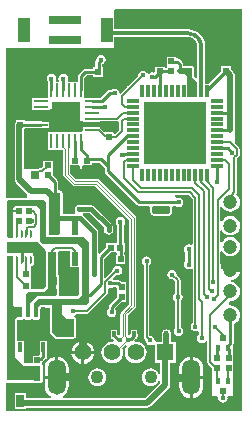
<source format=gtl>
G04*
G04 #@! TF.GenerationSoftware,Altium Limited,Altium Designer,20.0.2 (26)*
G04*
G04 Layer_Physical_Order=1*
G04 Layer_Color=255*
%FSLAX44Y44*%
%MOMM*%
G71*
G01*
G75*
%ADD13C,0.2540*%
%ADD15C,0.1270*%
%ADD18C,0.1524*%
G04:AMPARAMS|DCode=19|XSize=0.7mm|YSize=0.22mm|CornerRadius=0.0605mm|HoleSize=0mm|Usage=FLASHONLY|Rotation=270.000|XOffset=0mm|YOffset=0mm|HoleType=Round|Shape=RoundedRectangle|*
%AMROUNDEDRECTD19*
21,1,0.7000,0.0990,0,0,270.0*
21,1,0.5790,0.2200,0,0,270.0*
1,1,0.1210,-0.0495,-0.2895*
1,1,0.1210,-0.0495,0.2895*
1,1,0.1210,0.0495,0.2895*
1,1,0.1210,0.0495,-0.2895*
%
%ADD19ROUNDEDRECTD19*%
%ADD20R,1.5000X0.9000*%
%ADD21R,0.5500X0.5300*%
%ADD22R,0.6000X1.1500*%
%ADD23R,0.7000X1.0750*%
%ADD24R,2.4300X2.4300*%
%ADD25R,1.1940X0.2500*%
%ADD26R,0.2500X1.1940*%
%ADD27R,1.1938X0.2500*%
%ADD28R,0.3500X1.0000*%
%ADD29R,1.0000X0.3500*%
%ADD30R,5.3000X5.3000*%
%ADD31R,1.5000X1.5000*%
%ADD32R,0.3000X0.5000*%
G04:AMPARAMS|DCode=33|XSize=1.6mm|YSize=0.7mm|CornerRadius=0.175mm|HoleSize=0mm|Usage=FLASHONLY|Rotation=180.000|XOffset=0mm|YOffset=0mm|HoleType=Round|Shape=RoundedRectangle|*
%AMROUNDEDRECTD33*
21,1,1.6000,0.3500,0,0,180.0*
21,1,1.2500,0.7000,0,0,180.0*
1,1,0.3500,-0.6250,0.1750*
1,1,0.3500,0.6250,0.1750*
1,1,0.3500,0.6250,-0.1750*
1,1,0.3500,-0.6250,-0.1750*
%
%ADD33ROUNDEDRECTD33*%
%ADD34R,0.5300X0.5500*%
%ADD35R,0.5500X0.5300*%
%ADD36R,0.5300X0.5500*%
%ADD37R,1.0000X2.0000*%
%ADD38R,2.8000X0.8000*%
%ADD39R,0.3500X0.8500*%
%ADD40R,2.4000X1.6500*%
%ADD41R,0.3700X0.5000*%
%ADD42R,0.4700X0.5000*%
%ADD43R,0.7620X0.7620*%
%ADD70O,1.5000X3.0000*%
%ADD71C,1.1000*%
%ADD72R,1.4200X1.4200*%
%ADD73C,1.4200*%
%ADD76C,0.3302*%
%ADD77C,0.5080*%
%ADD78C,0.6350*%
%ADD79C,0.3810*%
%ADD80C,0.1010*%
%ADD81C,1.2000*%
%ADD82C,0.3810*%
%ADD83C,0.5080*%
G36*
X200000Y0D02*
X0D01*
Y23268D01*
X642Y23795D01*
X29268Y23795D01*
X29600Y23861D01*
X29891D01*
Y23919D01*
X30061Y23953D01*
X30733Y24402D01*
X31182Y25074D01*
X31340Y25867D01*
X31340Y38285D01*
X31182Y39078D01*
X30733Y39750D01*
X30562Y39865D01*
Y41623D01*
X30820Y41674D01*
X31744Y42292D01*
X33757Y44304D01*
X33757Y44304D01*
X34375Y45229D01*
X34592Y46319D01*
X34592Y46319D01*
Y48566D01*
X34763D01*
Y59606D01*
X28723D01*
Y48566D01*
X28723D01*
X28709Y47771D01*
X27922Y47155D01*
X26832Y46938D01*
X26694Y46846D01*
X22522D01*
Y40357D01*
X16214D01*
X15263Y41308D01*
Y48566D01*
Y59606D01*
X9713D01*
Y76964D01*
X10053Y77305D01*
X14002D01*
X14795Y77462D01*
X15467Y77911D01*
X16225Y77588D01*
X17018Y77430D01*
X20574Y77430D01*
X21367Y77588D01*
X22034Y78034D01*
X22702Y77588D01*
X23495Y77430D01*
X27000Y77430D01*
X27793Y77588D01*
X28465Y78037D01*
X28914Y78709D01*
X29072Y79502D01*
Y86492D01*
X29916Y87336D01*
X37349D01*
Y66294D01*
X37507Y65501D01*
X37956Y64829D01*
X37956Y64829D01*
X40953Y61832D01*
X41625Y61383D01*
X42418Y61225D01*
X42418Y61225D01*
X57074D01*
X57867Y61383D01*
X58440Y61766D01*
X58681D01*
Y61974D01*
X58691Y61984D01*
X59140Y62656D01*
X59298Y63449D01*
X59298Y63449D01*
Y77800D01*
X59140Y78593D01*
X58961Y78872D01*
X58681Y79306D01*
X58681D01*
X58060Y80340D01*
X58092Y80817D01*
X58122Y80989D01*
X59404Y81845D01*
X59828Y82480D01*
X68326D01*
X69218Y82657D01*
X69974Y83162D01*
X85443Y98631D01*
X85948Y99387D01*
X86125Y100279D01*
Y103219D01*
X87395Y104194D01*
X88053Y104063D01*
X89589Y104369D01*
X90876Y105229D01*
X93034D01*
X94124Y104139D01*
X94124Y100882D01*
X94124Y99612D01*
Y96531D01*
X87805Y90212D01*
X87188Y89288D01*
X86971Y88197D01*
X86971Y88197D01*
Y86582D01*
X86738Y86427D01*
X85868Y85125D01*
X85562Y83589D01*
X85868Y82052D01*
X86738Y80750D01*
X88040Y79880D01*
X89576Y79574D01*
X91112Y79880D01*
X92415Y80750D01*
X93285Y82052D01*
X93590Y83589D01*
X93285Y85125D01*
X92668Y86048D01*
Y87017D01*
X98153Y92502D01*
X101964D01*
Y99612D01*
X101964Y100542D01*
X101964Y101812D01*
Y108922D01*
X98053D01*
X96883Y110092D01*
X95959Y110709D01*
X94868Y110926D01*
X94868Y110926D01*
X90876D01*
X90577Y111126D01*
X90453Y112390D01*
X93019Y114956D01*
X94191Y114723D01*
X95727Y115029D01*
X97029Y115899D01*
X97899Y117201D01*
X98205Y118737D01*
X97899Y120274D01*
X97029Y121576D01*
X95727Y122446D01*
X94191Y122752D01*
X92655Y122446D01*
X91352Y121576D01*
X90482Y120274D01*
X90177Y118737D01*
X90182Y118711D01*
X84139Y112668D01*
X82965Y113154D01*
Y128789D01*
X88643Y134467D01*
X92654Y134467D01*
X93285D01*
X94183Y133569D01*
Y132259D01*
X93012D01*
Y124419D01*
X101052D01*
Y132259D01*
X99881D01*
Y134467D01*
X101034D01*
Y142307D01*
X99831D01*
Y157340D01*
X100691Y158627D01*
X100996Y160163D01*
X100691Y161699D01*
X99821Y163002D01*
X98518Y163872D01*
X96982Y164177D01*
X95446Y163872D01*
X94144Y163002D01*
X93274Y161699D01*
X92968Y160163D01*
X93274Y158627D01*
X94134Y157340D01*
Y143205D01*
X93236Y142307D01*
X91724Y142307D01*
X84614D01*
Y138496D01*
X79315Y133196D01*
X78045Y133722D01*
Y151586D01*
X78045Y151586D01*
X77779Y152924D01*
X77021Y154058D01*
X65132Y165947D01*
X65279Y166674D01*
X65608Y167217D01*
X70975D01*
X83298Y154894D01*
X83215Y154769D01*
X82910Y153233D01*
X83215Y151697D01*
X84086Y150395D01*
X85388Y149524D01*
X86924Y149219D01*
X88460Y149524D01*
X89762Y150395D01*
X90632Y151697D01*
X90938Y153233D01*
X90632Y154769D01*
X90420Y155087D01*
Y156212D01*
X90420Y156213D01*
X90154Y157550D01*
X89396Y158685D01*
X89396Y158685D01*
X74895Y173186D01*
X73761Y173943D01*
X72423Y174210D01*
X63957D01*
X63639Y174422D01*
X62103Y174727D01*
X60567Y174422D01*
X59265Y173552D01*
X58394Y172250D01*
X58089Y170713D01*
X58394Y169177D01*
X58898Y168423D01*
X58233Y167153D01*
X47944D01*
X47944Y184582D01*
X47786Y185375D01*
X47337Y186047D01*
X46665Y186496D01*
X45872Y186654D01*
X44276D01*
Y193651D01*
X44059Y194741D01*
X43442Y195665D01*
X43442Y195665D01*
X39480Y199627D01*
Y203538D01*
X39480Y203538D01*
Y203878D01*
X39480D01*
X39480Y204808D01*
Y211918D01*
X31640D01*
Y206991D01*
X29995Y205347D01*
X27864D01*
X27021Y205179D01*
X26829Y205050D01*
X15574D01*
Y216154D01*
Y238424D01*
X16036D01*
Y239641D01*
X29530D01*
X30620Y239858D01*
X30788Y239970D01*
X36770D01*
Y245010D01*
X30788D01*
X30620Y245122D01*
X29530Y245339D01*
X16036D01*
Y246464D01*
X13015D01*
X12162Y246634D01*
X11309Y246464D01*
X8196D01*
Y244233D01*
X7602Y243344D01*
X7286Y241758D01*
Y216154D01*
Y196088D01*
X7602Y194502D01*
X8500Y193158D01*
X18024Y183634D01*
X18164Y182459D01*
X18168Y182116D01*
X17676Y181032D01*
X17283Y180634D01*
X1626Y180634D01*
X1270Y180563D01*
X207Y181206D01*
X0Y181447D01*
Y307340D01*
X91440D01*
Y311310D01*
X91562D01*
Y316549D01*
X154178D01*
X154189Y316551D01*
X156252Y316280D01*
X158185Y315479D01*
X159845Y314205D01*
X161119Y312545D01*
X161919Y310612D01*
X162191Y308549D01*
X162189Y308538D01*
Y282582D01*
X161015Y282097D01*
X159298Y283814D01*
X159298Y290322D01*
X159140Y291115D01*
X158691Y291787D01*
X158019Y292236D01*
X157226Y292394D01*
X152146D01*
X151353Y292236D01*
X151312Y292208D01*
X150479Y292471D01*
X150042Y292770D01*
Y293497D01*
X150042Y293497D01*
X149825Y294587D01*
X149207Y295511D01*
X149207Y295511D01*
X147048Y297670D01*
X146124Y298288D01*
X145034Y298505D01*
X144052Y299260D01*
Y300056D01*
X136212D01*
Y292016D01*
X136212D01*
Y291775D01*
X135974Y290505D01*
X134400D01*
Y291576D01*
X126560D01*
Y287565D01*
X125407Y286412D01*
X123876Y286716D01*
X122340Y286411D01*
X121038Y285540D01*
X120848Y285574D01*
X119722Y285858D01*
X118916Y287064D01*
X117614Y287935D01*
X116078Y288240D01*
X114542Y287935D01*
X113240Y287064D01*
X112369Y285762D01*
X112064Y284226D01*
X112183Y283627D01*
X104062Y275506D01*
X102530D01*
Y273974D01*
X97123Y268568D01*
X96115Y268972D01*
X95937Y269113D01*
X95962Y269240D01*
X95657Y270776D01*
X94786Y272078D01*
X93484Y272949D01*
X91948Y273254D01*
X90412Y272949D01*
X89125Y272089D01*
X87808D01*
X87808Y272089D01*
X86718Y271872D01*
X85794Y271254D01*
X85794Y271254D01*
X79878Y265339D01*
X72471D01*
X71381Y265122D01*
X71213Y265010D01*
X66175D01*
X66020Y265010D01*
X66020Y265164D01*
Y270202D01*
X66132Y270370D01*
X66349Y271460D01*
Y282082D01*
X68438Y284171D01*
X73832D01*
Y283100D01*
X81872D01*
Y290940D01*
X81318D01*
Y293579D01*
X82054Y293725D01*
X83356Y294596D01*
X84227Y295898D01*
X84532Y297434D01*
X84227Y298970D01*
X83356Y300272D01*
X82054Y301143D01*
X80518Y301448D01*
X78982Y301143D01*
X77680Y300272D01*
X76809Y298970D01*
X76508Y297452D01*
X76455Y297399D01*
X75837Y296475D01*
X75620Y295385D01*
X75620Y295385D01*
Y290940D01*
X73832D01*
Y289869D01*
X67258D01*
X67258Y289869D01*
X66168Y289652D01*
X65244Y289034D01*
X65244Y289034D01*
X61486Y285276D01*
X60868Y284352D01*
X60651Y283262D01*
X60651Y283262D01*
Y278700D01*
X52872D01*
X52221Y279748D01*
X52223Y279970D01*
X52514Y281432D01*
X52209Y282968D01*
X51338Y284270D01*
X50036Y285141D01*
X48500Y285446D01*
X46964Y285141D01*
X45662Y284270D01*
X44791Y282968D01*
X44486Y281432D01*
X44777Y279970D01*
X44779Y279748D01*
X44128Y278700D01*
X42904D01*
X42253Y279748D01*
X42255Y279970D01*
X42546Y281432D01*
X42241Y282968D01*
X41370Y284270D01*
X40068Y285141D01*
X38532Y285446D01*
X36996Y285141D01*
X35694Y284270D01*
X34823Y282968D01*
X34518Y281432D01*
X34823Y279896D01*
X35683Y278609D01*
Y271621D01*
X35651Y271460D01*
X35868Y270370D01*
X35980Y270202D01*
Y265163D01*
X35980Y265010D01*
X35827Y265010D01*
X22290D01*
Y254970D01*
X36770D01*
X36942Y255424D01*
X44065Y255425D01*
X44692Y254155D01*
X44414Y253792D01*
X43654Y251958D01*
X43562Y251260D01*
X58438D01*
X58346Y251958D01*
X57586Y253792D01*
X57308Y254156D01*
X57934Y255425D01*
X62010Y255426D01*
X62908Y254528D01*
Y245245D01*
X65134D01*
X65230Y244970D01*
X79710D01*
Y245159D01*
X80866D01*
X81202Y245226D01*
X93934D01*
X94319Y245303D01*
X95424Y244606D01*
X95589Y244386D01*
Y238275D01*
X92138Y234825D01*
X90868Y235216D01*
Y236237D01*
X83289D01*
X80388Y239138D01*
X79710Y239591D01*
Y240010D01*
X65230D01*
Y237407D01*
X63960Y236397D01*
X38942Y236398D01*
Y236398D01*
X38308Y235760D01*
X35980D01*
Y221280D01*
X48094D01*
X48217Y221157D01*
Y200182D01*
X48375Y199390D01*
X48823Y198719D01*
X56519Y191023D01*
X57190Y190574D01*
X57982Y190417D01*
X75557D01*
X104184Y161791D01*
Y90541D01*
X97538Y83896D01*
X97090Y83224D01*
X96932Y82433D01*
Y64533D01*
X96836Y64454D01*
X95300Y64149D01*
X95222Y64097D01*
X94244Y65075D01*
X94210Y65246D01*
Y68620D01*
X88670D01*
Y65246D01*
X88591Y64850D01*
Y63850D01*
X88591Y63850D01*
X88670Y63454D01*
Y61080D01*
X90181D01*
X91462Y59799D01*
X90869Y58596D01*
X90000Y58711D01*
X87616Y58397D01*
X85395Y57477D01*
X83487Y56013D01*
X82023Y54105D01*
X81103Y51884D01*
X80789Y49500D01*
X81103Y47116D01*
X82023Y44895D01*
X83487Y42987D01*
X85395Y41523D01*
X87616Y40603D01*
X90000Y40289D01*
X92384Y40603D01*
X94605Y41523D01*
X96513Y42987D01*
X97977Y44895D01*
X98897Y47116D01*
X99211Y49500D01*
X98897Y51884D01*
X98432Y53008D01*
X101280Y55856D01*
X101697Y55766D01*
X102215Y54355D01*
X102023Y54105D01*
X101103Y51884D01*
X100789Y49500D01*
X101103Y47116D01*
X102023Y44895D01*
X103487Y42987D01*
X105395Y41523D01*
X107616Y40603D01*
X110000Y40289D01*
X112384Y40603D01*
X114605Y41523D01*
X116513Y42987D01*
X117977Y44895D01*
X118897Y47116D01*
X119211Y49500D01*
X118897Y51884D01*
X117977Y54105D01*
X116513Y56013D01*
X114605Y57477D01*
X112384Y58397D01*
X110000Y58711D01*
X109306Y58619D01*
X108713Y59822D01*
X109971Y61080D01*
X111228D01*
Y62586D01*
X111344Y62760D01*
X111561Y63850D01*
X111561Y63850D01*
Y64850D01*
X111344Y65940D01*
X111228Y66114D01*
Y68620D01*
X105688D01*
Y65074D01*
X105425Y64783D01*
X104698Y64179D01*
X103316Y64454D01*
X103220Y64533D01*
Y80861D01*
X109741Y87382D01*
X110190Y88053D01*
X110347Y88845D01*
X110347Y88845D01*
Y163486D01*
X110347Y163486D01*
X110190Y164278D01*
X109741Y164949D01*
X109741Y164949D01*
X78716Y195974D01*
X78045Y196423D01*
X77253Y196580D01*
X59678D01*
X54381Y201878D01*
Y206730D01*
X54580Y207918D01*
X61339D01*
X62420Y207462D01*
X62420Y206648D01*
Y204828D01*
X64798D01*
X64798Y207654D01*
X65424Y207918D01*
X66068Y207918D01*
X72638D01*
Y210149D01*
X79370D01*
X83689Y205830D01*
Y202750D01*
X83689Y202750D01*
X83906Y201659D01*
X84524Y200735D01*
X110598Y174660D01*
X110598Y174660D01*
X111523Y174043D01*
X112613Y173826D01*
X112613Y173826D01*
X121546D01*
X122367Y172556D01*
X122243Y171930D01*
Y168430D01*
X122477Y167252D01*
X123145Y166253D01*
X124144Y165585D01*
X125322Y165351D01*
X137822D01*
X139000Y165585D01*
X139999Y166253D01*
X140667Y167252D01*
X140901Y168430D01*
Y171930D01*
X140777Y172556D01*
X141598Y173826D01*
X143483D01*
X144770Y172966D01*
X146306Y172661D01*
X147842Y172966D01*
X149145Y173836D01*
X150015Y175139D01*
X150320Y176675D01*
X150015Y178211D01*
X149145Y179513D01*
X147842Y180383D01*
X146306Y180689D01*
X144770Y180383D01*
X144603Y180272D01*
X143483Y180871D01*
Y182790D01*
X154837D01*
X158058Y179569D01*
Y141042D01*
X156788Y140364D01*
X156375Y140640D01*
X154838Y140946D01*
X153302Y140640D01*
X152000Y139770D01*
X151130Y138468D01*
X150824Y136931D01*
X151130Y135395D01*
X151990Y134108D01*
Y126775D01*
X151130Y125488D01*
X150824Y123952D01*
X151130Y122416D01*
X152000Y121114D01*
X153302Y120243D01*
X154838Y119938D01*
X156375Y120243D01*
X156788Y120520D01*
X158058Y119841D01*
Y74510D01*
X157565Y74180D01*
X156694Y72878D01*
X156389Y71342D01*
X156694Y69806D01*
X157565Y68503D01*
X158867Y67633D01*
X160403Y67328D01*
X161939Y67633D01*
X162234Y67830D01*
X163504Y67151D01*
Y64655D01*
X162996Y64316D01*
X162126Y63014D01*
X161821Y61478D01*
X162126Y59942D01*
X162996Y58639D01*
X164299Y57769D01*
X165835Y57463D01*
X167371Y57769D01*
X168673Y58639D01*
X169308Y59590D01*
X170578Y59205D01*
Y41357D01*
X170756Y40465D01*
X171261Y39709D01*
X174798Y36172D01*
Y32140D01*
Y12522D01*
X178947D01*
X179752Y11540D01*
X179662Y11086D01*
X179967Y9550D01*
X180838Y8248D01*
X182140Y7377D01*
X183676Y7072D01*
X185212Y7377D01*
X186514Y8248D01*
X187385Y9550D01*
X187690Y11086D01*
X187600Y11540D01*
X188405Y12522D01*
X192542D01*
Y56232D01*
X192594Y56309D01*
X192811Y57400D01*
Y73733D01*
X194013Y74231D01*
X195690Y75519D01*
X196978Y77196D01*
X197787Y79150D01*
X198063Y81247D01*
X197787Y83344D01*
X196978Y85298D01*
X195690Y86975D01*
X194013Y88263D01*
X192059Y89072D01*
X189962Y89348D01*
X189507Y89288D01*
X188552Y90126D01*
Y92368D01*
X189507Y93206D01*
X189962Y93146D01*
X192059Y93422D01*
X194013Y94231D01*
X195690Y95519D01*
X196978Y97196D01*
X197787Y99150D01*
X198063Y101247D01*
X197787Y103344D01*
X196978Y105298D01*
X195690Y106976D01*
X194013Y108263D01*
X192059Y109072D01*
X190782Y109240D01*
Y110521D01*
X192191Y110707D01*
X194269Y111567D01*
X196053Y112936D01*
X197422Y114720D01*
X198282Y116798D01*
X198409Y117757D01*
X189962D01*
Y119027D01*
X188692D01*
Y120297D01*
X181749D01*
Y124273D01*
X181648Y124307D01*
Y134857D01*
X182918Y135110D01*
X182946Y135042D01*
X184233Y133365D01*
X185911Y132077D01*
X187865Y131268D01*
X189962Y130992D01*
X192059Y131268D01*
X194013Y132077D01*
X195690Y133365D01*
X196978Y135042D01*
X197787Y136996D01*
X198063Y139093D01*
X197787Y141190D01*
X196978Y143144D01*
X195690Y144822D01*
X194013Y146109D01*
X192059Y146918D01*
X189962Y147194D01*
X187865Y146918D01*
X185911Y146109D01*
X184233Y144822D01*
X182946Y143144D01*
X182918Y143076D01*
X181648Y143329D01*
Y152581D01*
X182918Y152834D01*
X182946Y152766D01*
X184233Y151089D01*
X185911Y149801D01*
X187865Y148992D01*
X189962Y148716D01*
X192059Y148992D01*
X194013Y149801D01*
X195690Y151089D01*
X196978Y152766D01*
X197787Y154720D01*
X198063Y156817D01*
X197787Y158914D01*
X196978Y160868D01*
X195690Y162546D01*
X194013Y163833D01*
X192059Y164642D01*
X189962Y164918D01*
X187865Y164642D01*
X185911Y163833D01*
X184233Y162546D01*
X182946Y160868D01*
X182918Y160800D01*
X181648Y161053D01*
Y172647D01*
X182918Y172900D01*
X182946Y172832D01*
X184233Y171155D01*
X185911Y169867D01*
X187865Y169058D01*
X189962Y168782D01*
X192059Y169058D01*
X194013Y169867D01*
X195690Y171155D01*
X196978Y172832D01*
X197787Y174786D01*
X198063Y176883D01*
X197787Y178980D01*
X196978Y180934D01*
X195690Y182612D01*
X194982Y183155D01*
X194944Y183738D01*
X195449Y184494D01*
X195626Y185386D01*
Y213792D01*
X197101Y215266D01*
X197606Y216022D01*
X197784Y216915D01*
Y221679D01*
X197606Y222571D01*
X197101Y223327D01*
X194055Y226374D01*
Y239271D01*
X193821Y239286D01*
Y252476D01*
Y284241D01*
X193506Y285827D01*
X192608Y287171D01*
X190182Y289597D01*
Y291777D01*
X186381D01*
X186262Y291801D01*
X186143Y291777D01*
X182342D01*
Y288781D01*
X182118Y287657D01*
X182138Y287561D01*
X171336Y276760D01*
X168663D01*
Y308538D01*
X168725D01*
X168230Y312303D01*
X166777Y315812D01*
X164465Y318825D01*
X161452Y321137D01*
X157943Y322590D01*
X154178Y323086D01*
Y323023D01*
X91562D01*
Y333850D01*
X91440D01*
Y338846D01*
X92256Y340000D01*
X200000D01*
Y0D01*
D02*
G37*
G36*
X157226Y282956D02*
X161798Y278384D01*
X161798Y265684D01*
X153670D01*
Y283210D01*
X151892Y284988D01*
Y290068D01*
X152146Y290322D01*
X157226D01*
X157226Y282956D01*
D02*
G37*
G36*
X45872Y150622D02*
X44577Y149327D01*
X36424Y149327D01*
X36398Y183744D01*
X37236Y184582D01*
X45872D01*
X45872Y150622D01*
D02*
G37*
G36*
X26086Y143002D02*
X27117D01*
X27143Y142870D01*
X27593Y142197D01*
X29980Y139810D01*
X30652Y139361D01*
X32757Y136331D01*
X33757Y135331D01*
Y134892D01*
X33945Y134620D01*
Y105379D01*
X31730Y103164D01*
X20912Y103164D01*
Y111142D01*
X20912Y112381D01*
X20912D01*
Y112412D01*
X20912Y112412D01*
Y120252D01*
X20912Y122541D01*
X21703Y122668D01*
X22435Y122814D01*
X23055Y123228D01*
X23469Y123848D01*
X23615Y124580D01*
Y130370D01*
X23469Y131102D01*
X23055Y131722D01*
Y133409D01*
X919D01*
Y143002D01*
X5893D01*
D01*
X26086D01*
X26086Y143002D01*
D02*
G37*
G36*
X42292Y134620D02*
X42292Y97028D01*
X26162Y97028D01*
X20574Y91440D01*
Y79502D01*
X17018Y79502D01*
Y98781D01*
X19329Y101092D01*
X32588Y101092D01*
X36017Y104521D01*
Y134620D01*
X42292Y134620D01*
D02*
G37*
G36*
X53998Y121966D02*
X62190D01*
Y98902D01*
X60356Y97068D01*
X44788D01*
Y104250D01*
X44788Y104250D01*
X45146Y105156D01*
X45146Y105156D01*
X45146Y105372D01*
Y115316D01*
X44364D01*
X44364Y134093D01*
X45326Y135363D01*
X53998D01*
Y121966D01*
D02*
G37*
G36*
X32227Y178562D02*
X34036Y176713D01*
Y146964D01*
X66396D01*
X70612Y142748D01*
Y92456D01*
X67564Y89408D01*
X47727D01*
Y81432D01*
X51359Y77800D01*
X57226Y77800D01*
Y63449D01*
X57074Y63297D01*
X42418D01*
X39421Y66294D01*
Y89408D01*
X29058D01*
X27000Y87351D01*
Y79502D01*
X23495Y79502D01*
X23495Y91008D01*
X27483Y94996D01*
X61214D01*
X64262Y98044D01*
Y137668D01*
X60655Y141275D01*
X44856Y141275D01*
X31445D01*
X29058Y143662D01*
Y170940D01*
X26515Y173482D01*
X8382Y173482D01*
X6350Y171450D01*
Y146050D01*
X2794D01*
X508Y148336D01*
X508Y177444D01*
X1626Y178562D01*
X32227Y178562D01*
D02*
G37*
G36*
X6162Y89016D02*
X7322Y87855D01*
X14002Y87855D01*
X14002Y79376D01*
X9195D01*
X7641Y77822D01*
Y46000D01*
X15356Y38285D01*
X29268D01*
X29268Y25867D01*
X642Y25867D01*
X642Y87084D01*
X642Y130810D01*
X6162D01*
Y89016D01*
D02*
G37*
%LPC*%
G36*
X58438Y248720D02*
X52270D01*
Y242552D01*
X52968Y242644D01*
X54802Y243404D01*
X56378Y244612D01*
X57586Y246187D01*
X58346Y248022D01*
X58438Y248720D01*
D02*
G37*
G36*
X49730D02*
X43562D01*
X43654Y248022D01*
X44414Y246187D01*
X45622Y244612D01*
X47197Y243404D01*
X49032Y242644D01*
X49730Y242552D01*
Y248720D01*
D02*
G37*
G36*
X140598Y119447D02*
X139062Y119142D01*
X137760Y118272D01*
X136890Y116969D01*
X136584Y115433D01*
X136890Y113897D01*
X137760Y112595D01*
X139062Y111725D01*
X140598Y111419D01*
X141197Y111538D01*
X143212Y109523D01*
Y99730D01*
X142705Y99391D01*
X141835Y98089D01*
X141529Y96553D01*
X141835Y95017D01*
X142705Y93714D01*
X143505Y93180D01*
Y70443D01*
X143289Y70299D01*
X142419Y68997D01*
X142113Y67461D01*
X142419Y65925D01*
X143289Y64622D01*
X144591Y63752D01*
X146128Y63446D01*
X147664Y63752D01*
X148966Y64622D01*
X149836Y65925D01*
X150142Y67461D01*
X149836Y68997D01*
X148966Y70299D01*
X148166Y70833D01*
Y93570D01*
X148382Y93714D01*
X149252Y95017D01*
X149557Y96553D01*
X149252Y98089D01*
X148382Y99391D01*
X147874Y99730D01*
Y110488D01*
X147697Y111380D01*
X147191Y112136D01*
X144493Y114834D01*
X144613Y115433D01*
X144307Y116969D01*
X143437Y118272D01*
X142135Y119142D01*
X140598Y119447D01*
D02*
G37*
G36*
X66270Y59056D02*
Y50770D01*
X74556D01*
X74392Y52017D01*
X73421Y54362D01*
X71875Y56375D01*
X69862Y57920D01*
X67516Y58892D01*
X66270Y59056D01*
D02*
G37*
G36*
X63730D02*
X62484Y58892D01*
X60138Y57920D01*
X58125Y56375D01*
X56579Y54362D01*
X55608Y52017D01*
X55444Y50770D01*
X63730D01*
Y59056D01*
D02*
G37*
G36*
X74556Y48230D02*
X66270D01*
Y39944D01*
X67516Y40108D01*
X69862Y41080D01*
X71875Y42625D01*
X73421Y44638D01*
X74392Y46983D01*
X74556Y48230D01*
D02*
G37*
G36*
X63730D02*
X55444D01*
X55608Y46983D01*
X56579Y44638D01*
X58125Y42625D01*
X60138Y41080D01*
X62484Y40108D01*
X63730Y39944D01*
Y48230D01*
D02*
G37*
G36*
X119126Y131014D02*
X117590Y130709D01*
X116288Y129838D01*
X115417Y128536D01*
X115112Y127000D01*
X115417Y125464D01*
X116288Y124162D01*
X116795Y123822D01*
Y62484D01*
X116973Y61592D01*
X117478Y60836D01*
X118025Y60289D01*
X117906Y59690D01*
X118211Y58154D01*
X119082Y56852D01*
X120384Y55981D01*
X121920Y55676D01*
X123456Y55981D01*
X124598Y56744D01*
X125273Y56561D01*
X125868Y56226D01*
Y40368D01*
X130856D01*
Y31327D01*
X129586Y31074D01*
X129079Y32299D01*
X127872Y33872D01*
X126299Y35079D01*
X124466Y35838D01*
X122500Y36097D01*
X120534Y35838D01*
X118701Y35079D01*
X117128Y33872D01*
X115921Y32299D01*
X115162Y30466D01*
X114903Y28500D01*
X115162Y26534D01*
X115921Y24701D01*
X117128Y23128D01*
X118701Y21921D01*
X120534Y21162D01*
X122500Y20903D01*
X124466Y21162D01*
X126299Y21921D01*
X127872Y23128D01*
X129079Y24701D01*
X129586Y25926D01*
X130856Y25673D01*
Y23762D01*
X118071Y10977D01*
X48357D01*
X48076Y12175D01*
X48086Y12247D01*
X50161Y13839D01*
X51770Y15937D01*
X52782Y18379D01*
X53127Y21000D01*
Y27230D01*
X43000D01*
X32873D01*
Y21000D01*
X33219Y18379D01*
X34230Y15937D01*
X35839Y13839D01*
X37914Y12247D01*
X37924Y12175D01*
X37643Y10977D01*
X17016D01*
Y14837D01*
X7476D01*
Y1547D01*
X17016D01*
Y2690D01*
X119788D01*
X121373Y3005D01*
X122718Y3904D01*
X137930Y19116D01*
X138828Y20460D01*
X139144Y22046D01*
Y40368D01*
X144132D01*
Y58632D01*
X140034D01*
Y64850D01*
X139718Y66436D01*
X138820Y67780D01*
X138660Y67887D01*
Y68620D01*
X137563D01*
X137476Y68678D01*
X135890Y68994D01*
X134304Y68678D01*
X134217Y68620D01*
X133120D01*
Y67887D01*
X132960Y67780D01*
X132062Y66436D01*
X131746Y64850D01*
Y58632D01*
X127019D01*
X125934Y59690D01*
X125892Y59902D01*
X125629Y61226D01*
X124758Y62528D01*
X123456Y63399D01*
X121920Y63704D01*
X121457Y64084D01*
Y123822D01*
X121964Y124162D01*
X122835Y125464D01*
X123140Y127000D01*
X122835Y128536D01*
X121964Y129838D01*
X120662Y130709D01*
X119126Y131014D01*
D02*
G37*
G36*
X158270Y45959D02*
Y29770D01*
X167127D01*
Y36000D01*
X166782Y38621D01*
X165770Y41063D01*
X164161Y43161D01*
X162063Y44770D01*
X159621Y45782D01*
X158270Y45959D01*
D02*
G37*
G36*
X44270D02*
Y29770D01*
X53127D01*
Y36000D01*
X52782Y38621D01*
X51770Y41063D01*
X50161Y43161D01*
X48063Y44770D01*
X45621Y45782D01*
X44270Y45959D01*
D02*
G37*
G36*
X155730D02*
X154379Y45782D01*
X151937Y44770D01*
X149839Y43161D01*
X148230Y41063D01*
X147218Y38621D01*
X146873Y36000D01*
Y29770D01*
X155730D01*
Y45959D01*
D02*
G37*
G36*
X41730D02*
X40379Y45782D01*
X37937Y44770D01*
X35839Y43161D01*
X34230Y41063D01*
X33219Y38621D01*
X32873Y36000D01*
Y29770D01*
X41730D01*
Y45959D01*
D02*
G37*
G36*
X77500Y36097D02*
X75534Y35838D01*
X73702Y35079D01*
X72128Y33872D01*
X70921Y32299D01*
X70162Y30466D01*
X69903Y28500D01*
X70162Y26534D01*
X70921Y24701D01*
X72128Y23128D01*
X73702Y21921D01*
X75534Y21162D01*
X77500Y20903D01*
X79466Y21162D01*
X81299Y21921D01*
X82872Y23128D01*
X84079Y24701D01*
X84838Y26534D01*
X85097Y28500D01*
X84838Y30466D01*
X84079Y32299D01*
X82872Y33872D01*
X81299Y35079D01*
X79466Y35838D01*
X77500Y36097D01*
D02*
G37*
G36*
X167127Y27230D02*
X158270D01*
Y11041D01*
X159621Y11218D01*
X162063Y12230D01*
X164161Y13839D01*
X165770Y15937D01*
X166782Y18379D01*
X167127Y21000D01*
Y27230D01*
D02*
G37*
G36*
X155730D02*
X146873D01*
Y21000D01*
X147218Y18379D01*
X148230Y15937D01*
X149839Y13839D01*
X151937Y12230D01*
X154379Y11218D01*
X155730Y11041D01*
Y27230D01*
D02*
G37*
%LPD*%
D13*
X19684Y160782D02*
X19779Y160687D01*
X22102D01*
X22197Y160592D01*
X77007Y287765D02*
X78469D01*
X77007Y287020D02*
Y287765D01*
X68718Y212998D02*
X80550D01*
X99707Y217590D02*
X107526D01*
X98941Y216825D02*
X99707Y217590D01*
X98598Y216825D02*
X98941D01*
X96982Y138419D02*
X97014Y138387D01*
X96982Y138419D02*
Y160163D01*
X108712Y63850D02*
Y64850D01*
X97032Y128339D02*
Y138387D01*
X80117Y129969D02*
X88534Y138387D01*
X80117Y107401D02*
Y129969D01*
X71166Y98450D02*
X80117Y107401D01*
X67594Y98450D02*
X71166D01*
X88534Y138387D02*
X88634D01*
X97014D02*
X97032D01*
X29730Y44306D02*
X31743Y46319D01*
X26542Y42926D02*
X27922Y44306D01*
X29730D01*
X31743Y46319D02*
Y54086D01*
X89576Y83589D02*
X89819Y83832D01*
X94868Y108077D02*
X98044Y104902D01*
X88053Y108077D02*
X94868D01*
X35560Y199518D02*
X41427Y193651D01*
X67258Y287020D02*
X77007D01*
X63500Y283262D02*
X67258Y287020D01*
X78469Y287765D02*
Y295385D01*
X170426Y270490D02*
Y271821D01*
X178326Y252590D02*
X189564D01*
X189678Y252476D01*
X178326Y237590D02*
X189678D01*
X189985D01*
X103316Y60902D02*
X103535Y60683D01*
X105545D01*
X108712Y63850D01*
X91440D02*
Y64850D01*
Y63850D02*
X94607Y60683D01*
X96617D01*
X96836Y60902D01*
X170426Y271821D02*
X186262Y287657D01*
Y287757D01*
X130426Y270490D02*
Y287402D01*
Y287502D01*
X126164Y283139D02*
X130426Y287402D01*
X124313Y283139D02*
X126164D01*
X123876Y282702D02*
X124313Y283139D01*
X130580Y287656D02*
X140132D01*
X130480Y287556D02*
X130580Y287656D01*
X130426Y287502D02*
X130480Y287556D01*
X140132Y296036D02*
X140512Y295656D01*
X145034D01*
X147193Y287833D02*
X147244Y287782D01*
X147193Y287833D02*
Y293497D01*
X145034Y295656D02*
X147193Y293497D01*
X178326Y222590D02*
X187620D01*
X191770Y218440D01*
X154838Y123952D02*
Y136931D01*
X41427Y180508D02*
Y193651D01*
X41082Y180162D02*
X41427Y180508D01*
X20975Y46211D02*
Y46311D01*
X19223Y48063D02*
X20975Y46311D01*
X19223Y48063D02*
Y53606D01*
X18743Y54086D02*
X19223Y53606D01*
X13208Y127348D02*
Y138684D01*
X39878Y119634D02*
X40263Y119249D01*
X31743Y73458D02*
Y83586D01*
Y73458D02*
X32206Y72995D01*
X12246Y30535D02*
X14319Y32608D01*
X18743Y54086D02*
Y66268D01*
X18802Y66327D01*
X25243Y54086D02*
Y64377D01*
X25795Y64929D01*
X86538Y207010D02*
Y216944D01*
X80550Y212998D02*
X86538Y207010D01*
Y216944D02*
X102184Y232590D01*
X112613Y176675D02*
X146306D01*
X86538Y202750D02*
X112613Y176675D01*
X86538Y202750D02*
Y207010D01*
X98044Y96422D02*
Y96522D01*
X89819Y88197D02*
X98044Y96422D01*
X89819Y83832D02*
Y88197D01*
X58500Y211938D02*
Y228520D01*
X63500Y221488D02*
X68718Y216270D01*
X63500Y221488D02*
Y228520D01*
X68718Y212998D02*
Y216270D01*
X78469Y295385D02*
X80518Y297434D01*
X189962Y57400D02*
Y81247D01*
X187676Y55114D02*
X189962Y57400D01*
X187676Y53398D02*
Y55114D01*
Y53398D02*
X188573Y52500D01*
Y44540D02*
Y52500D01*
X187676Y36160D02*
X188573D01*
X178718Y44540D02*
Y53398D01*
X179676D01*
X72470Y257490D02*
X84113D01*
X178740Y194196D02*
Y207176D01*
X178326Y207590D02*
X178740Y207176D01*
X81058Y262490D02*
X87808Y269240D01*
X91948D01*
X48500Y271460D02*
Y280924D01*
X38532Y271492D02*
Y281432D01*
X38500Y271460D02*
X38532Y271492D01*
X102184Y232590D02*
X107526D01*
X72471Y262490D02*
X81058D01*
X12162Y242490D02*
X29530D01*
X63500Y271460D02*
Y283262D01*
X58500Y228520D02*
X58500Y228520D01*
D15*
X24689Y199970D02*
X27864Y203145D01*
X30907D01*
X35560Y207798D01*
Y207898D01*
D18*
X23459Y155760D02*
X25880Y158181D01*
X18316Y155760D02*
X23459D01*
X17546Y154991D02*
X18316Y155760D01*
X17546Y150104D02*
Y154991D01*
X25880Y158181D02*
Y165898D01*
X22868Y168910D02*
X25880Y165898D01*
X19684Y168910D02*
X22868D01*
X17208Y149766D02*
X17546Y150104D01*
X195453Y216915D02*
Y221679D01*
X189542Y227590D02*
X195453Y221679D01*
X193295Y185386D02*
Y214757D01*
X191013Y183103D02*
X193295Y185386D01*
Y214757D02*
X195453Y216915D01*
X191013Y177378D02*
Y183103D01*
X129583Y170599D02*
X131153D01*
X131572Y170180D01*
X93504Y118737D02*
X94191D01*
X83795Y109028D02*
X93504Y118737D01*
X83795Y100279D02*
Y109028D01*
X178718Y25013D02*
Y36160D01*
X189962Y98038D02*
Y101247D01*
X172909Y80985D02*
X189962Y98038D01*
X172909Y41357D02*
Y80985D01*
X119126Y62484D02*
X121920Y59690D01*
X119126Y62484D02*
Y127000D01*
X98552Y266700D02*
X116078Y284226D01*
X98552Y260020D02*
Y266700D01*
Y260020D02*
X100982Y257590D01*
X68326Y84811D02*
X83795Y100279D01*
X56566Y84684D02*
X56693Y84811D01*
X68326D01*
X41580Y137693D02*
X55880D01*
X39268Y135382D02*
X41580Y137693D01*
X55880D02*
X58268Y135305D01*
X39268Y128986D02*
Y135382D01*
X58268Y128986D02*
Y135305D01*
X9208Y149766D02*
Y158786D01*
X11204Y160782D01*
X11304D01*
X4826Y168910D02*
X11304D01*
X4318Y168402D02*
X4826Y168910D01*
X9208Y113756D02*
Y127348D01*
Y113756D02*
X16792Y106172D01*
X16892D01*
X17208Y116648D02*
Y127348D01*
X16892Y116332D02*
X17208Y116648D01*
X165835Y61478D02*
Y92471D01*
X163440Y94865D02*
X165835Y92471D01*
X163440Y94865D02*
Y182758D01*
X183676Y11086D02*
Y17013D01*
Y61398D02*
Y64516D01*
X177386Y70807D02*
X183676Y64516D01*
X172909Y41357D02*
X178106Y36160D01*
X160389Y71356D02*
X160403Y71342D01*
X160389Y71356D02*
Y180535D01*
X155803Y185121D02*
X160389Y180535D01*
X112081Y185121D02*
X155803D01*
X99823Y210370D02*
X102043Y212590D01*
X99823Y197379D02*
Y210370D01*
Y197379D02*
X112081Y185121D01*
X157780Y188418D02*
X163440Y182758D01*
X114493Y188418D02*
X157780D01*
X107526Y195385D02*
X114493Y188418D01*
X145543Y96553D02*
Y110488D01*
X140598Y115433D02*
X145543Y110488D01*
X145835Y67753D02*
X146128Y67461D01*
X145835Y67753D02*
Y96261D01*
X145543Y96553D02*
X145835Y96261D01*
X179317Y98000D02*
Y178674D01*
X175904Y94587D02*
X179317Y98000D01*
Y178674D02*
X188477Y187833D01*
X170426Y194290D02*
X175634Y189082D01*
Y109150D02*
Y189082D01*
X160426Y193221D02*
X167684Y185963D01*
Y98891D02*
Y185963D01*
Y98891D02*
X170107Y96467D01*
X160426Y193221D02*
Y199690D01*
X165426Y193600D02*
X171744Y187283D01*
Y103505D02*
Y187283D01*
Y103505D02*
X174070Y101179D01*
X165426Y193600D02*
Y199690D01*
X170426Y194290D02*
Y199690D01*
X188477Y187833D02*
Y209279D01*
X102043Y212590D02*
X107526D01*
Y195385D02*
Y207590D01*
X92827Y232217D02*
X97920Y237309D01*
X86948Y232217D02*
X92827D01*
X97920Y237309D02*
Y245524D01*
X178106Y36160D02*
X178718D01*
X187676Y25013D02*
Y36160D01*
X178718Y25013D02*
X179301D01*
X97920Y245524D02*
X99986Y247590D01*
X107526D01*
X93934Y247557D02*
X98967Y252590D01*
X80866Y247557D02*
X93934D01*
X98967Y252590D02*
X107526D01*
X178326Y227590D02*
X189542D01*
X72470Y247490D02*
X80866D01*
X100982Y257590D02*
X107526D01*
X185165Y212590D02*
X188477Y209279D01*
X178326Y212590D02*
X185165D01*
X83518Y232712D02*
X86948D01*
X78740Y237490D02*
X83518Y232712D01*
X72470Y237490D02*
X78740D01*
D19*
X21208Y127475D02*
D03*
X5208Y149893D02*
D03*
X9208D02*
D03*
X13208D02*
D03*
X17208D02*
D03*
X21208D02*
D03*
X17208Y127475D02*
D03*
X13208D02*
D03*
X9208D02*
D03*
X5208D02*
D03*
D20*
X13208Y138811D02*
D03*
D21*
X97014Y138387D02*
D03*
X88634D02*
D03*
X88652Y128339D02*
D03*
X97032D02*
D03*
X26542Y42926D02*
D03*
X18162D02*
D03*
X11304Y160782D02*
D03*
X19684D02*
D03*
Y168910D02*
D03*
X11304D02*
D03*
X25272Y106172D02*
D03*
X16892D02*
D03*
Y116332D02*
D03*
X25272D02*
D03*
D22*
X39268Y128986D02*
D03*
X48768D02*
D03*
X58268D02*
D03*
Y154986D02*
D03*
X39268D02*
D03*
D23*
X12246Y31432D02*
D03*
Y8192D02*
D03*
D24*
X51000Y249990D02*
D03*
D25*
X29530Y237490D02*
D03*
Y242490D02*
D03*
Y247490D02*
D03*
Y252490D02*
D03*
Y257490D02*
D03*
Y262490D02*
D03*
X72470Y257490D02*
D03*
Y252490D02*
D03*
Y247490D02*
D03*
Y242490D02*
D03*
Y237490D02*
D03*
D26*
X38500Y271460D02*
D03*
X43500D02*
D03*
X48500D02*
D03*
X53500D02*
D03*
X58500D02*
D03*
X63500D02*
D03*
Y228520D02*
D03*
X58500D02*
D03*
X53500D02*
D03*
X48500D02*
D03*
X43500D02*
D03*
X38500D02*
D03*
D27*
X72471Y262490D02*
D03*
D28*
X170426Y270490D02*
D03*
X165426D02*
D03*
X160426D02*
D03*
X155426D02*
D03*
X150426D02*
D03*
X145426D02*
D03*
X140426D02*
D03*
X135426D02*
D03*
X130426D02*
D03*
X125426D02*
D03*
X120426D02*
D03*
X115426D02*
D03*
Y199690D02*
D03*
X120426D02*
D03*
X125426D02*
D03*
X130426D02*
D03*
X135426D02*
D03*
X140426D02*
D03*
X145426D02*
D03*
X150426D02*
D03*
X155426D02*
D03*
X160426D02*
D03*
X165426D02*
D03*
X170426D02*
D03*
D29*
X107526Y262590D02*
D03*
Y257590D02*
D03*
Y252590D02*
D03*
Y247590D02*
D03*
Y242590D02*
D03*
Y237590D02*
D03*
Y232590D02*
D03*
Y227590D02*
D03*
Y222590D02*
D03*
Y217590D02*
D03*
Y212590D02*
D03*
Y207590D02*
D03*
X178326D02*
D03*
Y212590D02*
D03*
Y217590D02*
D03*
Y222590D02*
D03*
Y227590D02*
D03*
Y232590D02*
D03*
Y237590D02*
D03*
Y242590D02*
D03*
Y247590D02*
D03*
Y252590D02*
D03*
Y257590D02*
D03*
Y262590D02*
D03*
D30*
X142926Y235090D02*
D03*
D31*
X49911Y70536D02*
D03*
X75311D02*
D03*
D32*
X108458Y64850D02*
D03*
Y74850D02*
D03*
X91440Y64850D02*
D03*
Y74850D02*
D03*
X135890Y64850D02*
D03*
Y74850D02*
D03*
D33*
X131572Y123952D02*
D03*
Y170180D02*
D03*
D34*
X25971Y27881D02*
D03*
Y19501D02*
D03*
X154610Y296137D02*
D03*
Y287757D02*
D03*
X186262D02*
D03*
Y296137D02*
D03*
X12116Y242444D02*
D03*
Y250824D02*
D03*
X130480Y287556D02*
D03*
Y295936D02*
D03*
X68718Y203558D02*
D03*
Y211938D02*
D03*
X86948Y240597D02*
D03*
Y232217D02*
D03*
D35*
X40768Y100330D02*
D03*
X49148D02*
D03*
X77852Y287020D02*
D03*
X86232D02*
D03*
D36*
X98044Y104902D02*
D03*
Y96522D02*
D03*
X178718Y36160D02*
D03*
Y44540D02*
D03*
X188573D02*
D03*
Y36160D02*
D03*
X140132Y287656D02*
D03*
Y296036D02*
D03*
X58500Y211938D02*
D03*
Y203558D02*
D03*
X35560Y207898D02*
D03*
Y199518D02*
D03*
D37*
X15292Y322326D02*
D03*
X85292Y322580D02*
D03*
D38*
X50292Y330730D02*
D03*
Y314430D02*
D03*
D39*
X12243Y83586D02*
D03*
X31743Y54086D02*
D03*
X25243D02*
D03*
X12243D02*
D03*
X18743D02*
D03*
Y83586D02*
D03*
X25243D02*
D03*
X31743D02*
D03*
D40*
X21993Y68836D02*
D03*
D41*
X179301Y25013D02*
D03*
X187676D02*
D03*
Y53398D02*
D03*
X179676D02*
D03*
D42*
X183676Y17013D02*
D03*
Y61398D02*
D03*
D43*
X53406Y110236D02*
D03*
X40066D02*
D03*
X41082Y180162D02*
D03*
X54422D02*
D03*
X24689Y199970D02*
D03*
Y214710D02*
D03*
D70*
X157000Y28500D02*
D03*
X43000D02*
D03*
D71*
X122500D02*
D03*
X77500D02*
D03*
D72*
X135000Y49500D02*
D03*
D73*
X110000D02*
D03*
X90000D02*
D03*
X65000D02*
D03*
D76*
X165426Y308538D02*
G03*
X154178Y319786I-11248J0D01*
G01*
X85292Y322580D02*
G03*
X88086Y319786I2794J0D01*
G01*
X165426Y270490D02*
Y308538D01*
X88086Y319786D02*
X154178D01*
D77*
X11430Y196088D02*
X21082Y186436D01*
X34808D01*
X189678Y237590D02*
Y252476D01*
X34808Y186436D02*
X41082Y180162D01*
X11430Y196088D02*
Y216154D01*
Y241758D02*
X12116Y242444D01*
X11430Y216154D02*
Y241758D01*
X189678Y252476D02*
Y284241D01*
X186262Y287657D02*
X189678Y284241D01*
X135890Y50390D02*
Y64850D01*
X135000Y49500D02*
X135890Y50390D01*
X154585Y287782D02*
X154610Y287757D01*
X147244Y287782D02*
X154585D01*
X12246Y6834D02*
X119788D01*
X135000Y22046D01*
Y49500D01*
X12116Y242444D02*
X12162Y242490D01*
D78*
X65000Y49500D02*
X65207Y49707D01*
Y63790D01*
X156524Y28024D02*
X157000Y28500D01*
X144363Y28024D02*
X156524D01*
X43000Y28500D02*
X57083D01*
X57259Y28677D01*
D79*
X74549Y116017D02*
Y151586D01*
X62478Y163657D02*
X74549Y151586D01*
X45064Y163657D02*
X62478D01*
X86924Y153233D02*
Y156213D01*
X72423Y170713D02*
X86924Y156213D01*
X62103Y170713D02*
X72423D01*
X40363Y158956D02*
X45064Y163657D01*
X40363Y179443D02*
X41082Y180162D01*
X39268Y154986D02*
X40175Y155893D01*
X40363Y156081D02*
Y158956D01*
D80*
X106252Y89684D02*
Y162647D01*
X76414Y192486D02*
X106252Y162647D01*
X57982Y192486D02*
X76414D01*
X53493Y223792D02*
X53542D01*
X108278Y88845D02*
Y163486D01*
X77253Y194512D02*
X108278Y163486D01*
X58821Y194512D02*
X77253D01*
X96836Y60440D02*
Y60902D01*
X99001Y63067D01*
X103316Y60440D02*
Y60902D01*
X101151Y63067D02*
Y81718D01*
Y63067D02*
X103316Y60902D01*
X101151Y81718D02*
X108278Y88845D01*
X50286Y200182D02*
X57982Y192486D01*
X50286Y200182D02*
Y222014D01*
X48500Y223800D02*
Y228520D01*
Y223800D02*
X50286Y222014D01*
X52755Y223055D02*
X53493Y223792D01*
X52755Y223005D02*
Y223055D01*
X52312Y222562D02*
X52755Y223005D01*
X52312Y201021D02*
Y222562D01*
Y201021D02*
X58821Y194512D01*
X99001Y63067D02*
Y82433D01*
X106252Y89684D01*
X102938Y60440D02*
X103316D01*
X91998Y49500D02*
X102938Y60440D01*
X90000Y49500D02*
X91998D01*
D81*
X189962Y101247D02*
D03*
Y81247D02*
D03*
Y139093D02*
D03*
Y119027D02*
D03*
Y176883D02*
D03*
Y156817D02*
D03*
D82*
X22197Y160592D02*
D03*
X33437Y215725D02*
D03*
X74282Y159941D02*
D03*
X191140Y332728D02*
D03*
X194315Y326378D02*
D03*
X191140Y320028D02*
D03*
X194315Y313678D02*
D03*
X191140Y307328D02*
D03*
X194315Y300978D02*
D03*
X184790Y332728D02*
D03*
X187966Y326378D02*
D03*
X184790Y320028D02*
D03*
X187966Y313678D02*
D03*
X184790Y129528D02*
D03*
Y2528D02*
D03*
X178440Y332728D02*
D03*
X181616Y326378D02*
D03*
X178440Y320028D02*
D03*
X181616Y313678D02*
D03*
X178440Y307328D02*
D03*
Y294628D02*
D03*
Y2528D02*
D03*
X172090Y332728D02*
D03*
X175266Y326378D02*
D03*
X172090Y320028D02*
D03*
X175266Y288278D02*
D03*
Y8878D02*
D03*
X172090Y2528D02*
D03*
X165741Y332728D02*
D03*
X168916Y326378D02*
D03*
X165741Y2528D02*
D03*
X159390Y332728D02*
D03*
X153041D02*
D03*
Y167628D02*
D03*
Y66028D02*
D03*
X156215Y59678D02*
D03*
X146691Y332728D02*
D03*
Y307328D02*
D03*
X149866Y161278D02*
D03*
Y59678D02*
D03*
X146691Y53328D02*
D03*
X149866Y46978D02*
D03*
X140340Y332728D02*
D03*
X143516Y34278D02*
D03*
Y21578D02*
D03*
X140340Y15228D02*
D03*
X133990Y332728D02*
D03*
Y307328D02*
D03*
X127640Y332728D02*
D03*
Y307328D02*
D03*
X130815Y161278D02*
D03*
X121291Y332728D02*
D03*
Y307328D02*
D03*
X114941Y332728D02*
D03*
Y307328D02*
D03*
Y15228D02*
D03*
X108590Y332728D02*
D03*
Y307328D02*
D03*
X111765Y34278D02*
D03*
X108590Y27928D02*
D03*
X111765Y21578D02*
D03*
X108590Y15228D02*
D03*
X102240Y307328D02*
D03*
X105415Y288278D02*
D03*
Y34278D02*
D03*
X102240Y27928D02*
D03*
X105415Y21578D02*
D03*
X102240Y15228D02*
D03*
X99066Y34278D02*
D03*
X95891Y27928D02*
D03*
X99066Y21578D02*
D03*
X95891Y15228D02*
D03*
X92716Y275578D02*
D03*
Y34278D02*
D03*
X89541Y27928D02*
D03*
X92716Y21578D02*
D03*
X89541Y15228D02*
D03*
X86365Y275578D02*
D03*
Y173978D02*
D03*
X83190Y167628D02*
D03*
X86365Y72378D02*
D03*
Y34278D02*
D03*
Y21578D02*
D03*
X83190Y15228D02*
D03*
X80015Y275578D02*
D03*
X76841Y269228D02*
D03*
Y180328D02*
D03*
X80015Y173978D02*
D03*
Y59678D02*
D03*
X76841Y53328D02*
D03*
Y40628D02*
D03*
Y15228D02*
D03*
X73665Y275578D02*
D03*
X70490Y269228D02*
D03*
X73665Y59678D02*
D03*
X70490Y15228D02*
D03*
X64141Y180328D02*
D03*
Y66028D02*
D03*
X67316Y34278D02*
D03*
X64141Y27928D02*
D03*
X67316Y21578D02*
D03*
X64141Y15228D02*
D03*
X60965Y186678D02*
D03*
Y34278D02*
D03*
Y21578D02*
D03*
X51441Y193028D02*
D03*
X45090Y218428D02*
D03*
Y205728D02*
D03*
X38740Y218428D02*
D03*
X41915Y212078D02*
D03*
X32390Y281928D02*
D03*
Y269228D02*
D03*
Y231128D02*
D03*
X29216Y275578D02*
D03*
X26040Y269228D02*
D03*
Y231128D02*
D03*
X19691Y294628D02*
D03*
Y269228D02*
D03*
Y231128D02*
D03*
X22866Y224778D02*
D03*
X13341Y294628D02*
D03*
X16516Y288278D02*
D03*
Y262878D02*
D03*
X6991Y294628D02*
D03*
X10165Y288278D02*
D03*
X6991Y281928D02*
D03*
X10165Y186678D02*
D03*
X129583Y170599D02*
D03*
X82677Y302768D02*
D03*
X74994D02*
D03*
X86924Y153233D02*
D03*
X96982Y160163D02*
D03*
X98598Y216825D02*
D03*
X74549Y116017D02*
D03*
X94191Y118737D02*
D03*
X98044Y334518D02*
D03*
X88053Y108077D02*
D03*
X80518Y297434D02*
D03*
X11430Y216154D02*
D03*
X196373Y283164D02*
D03*
X119126Y127000D02*
D03*
X121920Y59690D02*
D03*
X170942Y285496D02*
D03*
X170434Y314452D02*
D03*
X166878Y321310D02*
D03*
X93663Y309189D02*
D03*
X170942Y306578D02*
D03*
Y299551D02*
D03*
Y292523D02*
D03*
X160243Y293294D02*
D03*
X160149Y299636D02*
D03*
X159832Y306301D02*
D03*
X98044Y327152D02*
D03*
X105728D02*
D03*
X113411D02*
D03*
X121095D02*
D03*
X128778D02*
D03*
X136461D02*
D03*
X144145D02*
D03*
X151828D02*
D03*
X160274Y325882D02*
D03*
X157734Y311658D02*
D03*
X151828Y312420D02*
D03*
X144145D02*
D03*
X136461D02*
D03*
X128778D02*
D03*
X121095D02*
D03*
X113411D02*
D03*
X105728D02*
D03*
X98044D02*
D03*
X88646Y304800D02*
D03*
X67310Y302768D02*
D03*
X59626D02*
D03*
X5842D02*
D03*
X13526D02*
D03*
X21209D02*
D03*
X28893D02*
D03*
X36576D02*
D03*
X44260D02*
D03*
X51943D02*
D03*
X116078Y284226D02*
D03*
X191770Y218440D02*
D03*
X14732Y64008D02*
D03*
X25654D02*
D03*
X20193D02*
D03*
X17996Y73296D02*
D03*
X154838Y136931D02*
D03*
Y123952D02*
D03*
X47650Y123012D02*
D03*
X51333Y128981D02*
D03*
X47777Y127381D02*
D03*
X62103Y170713D02*
D03*
X22149Y138354D02*
D03*
X15545Y138659D02*
D03*
X27534Y134798D02*
D03*
X29159Y128067D02*
D03*
X29693Y122326D02*
D03*
X30963Y112446D02*
D03*
X56566Y84684D02*
D03*
X124705Y77069D02*
D03*
X146306Y176675D02*
D03*
X165835Y61478D02*
D03*
X183676Y11086D02*
D03*
X177386Y70807D02*
D03*
X160403Y71342D02*
D03*
X140598Y115433D02*
D03*
X145543Y96553D02*
D03*
X89576Y83589D02*
D03*
X175634Y109150D02*
D03*
X170107Y96467D02*
D03*
X174070Y101179D02*
D03*
X103316Y60440D02*
D03*
X96836D02*
D03*
X175904Y94587D02*
D03*
X114300Y290322D02*
D03*
X155341Y52552D02*
D03*
X193741Y5543D02*
D03*
X146128Y67461D02*
D03*
X128945Y77069D02*
D03*
X195429Y291592D02*
D03*
X84113Y257490D02*
D03*
X189985Y237590D02*
D03*
X178740Y194196D02*
D03*
X91948Y269240D02*
D03*
X48500Y281432D02*
D03*
X38532D02*
D03*
X123876Y282702D02*
D03*
X147244Y287782D02*
D03*
D83*
X152121Y150749D02*
D03*
X59382Y241608D02*
D03*
X42618Y241554D02*
D03*
X77687Y202786D02*
D03*
X142494Y257302D02*
D03*
X142926Y235090D02*
D03*
X59382Y258372D02*
D03*
X42618D02*
D03*
X162814Y212878D02*
D03*
Y235090D02*
D03*
Y257302D02*
D03*
X142926Y212878D02*
D03*
M02*

</source>
